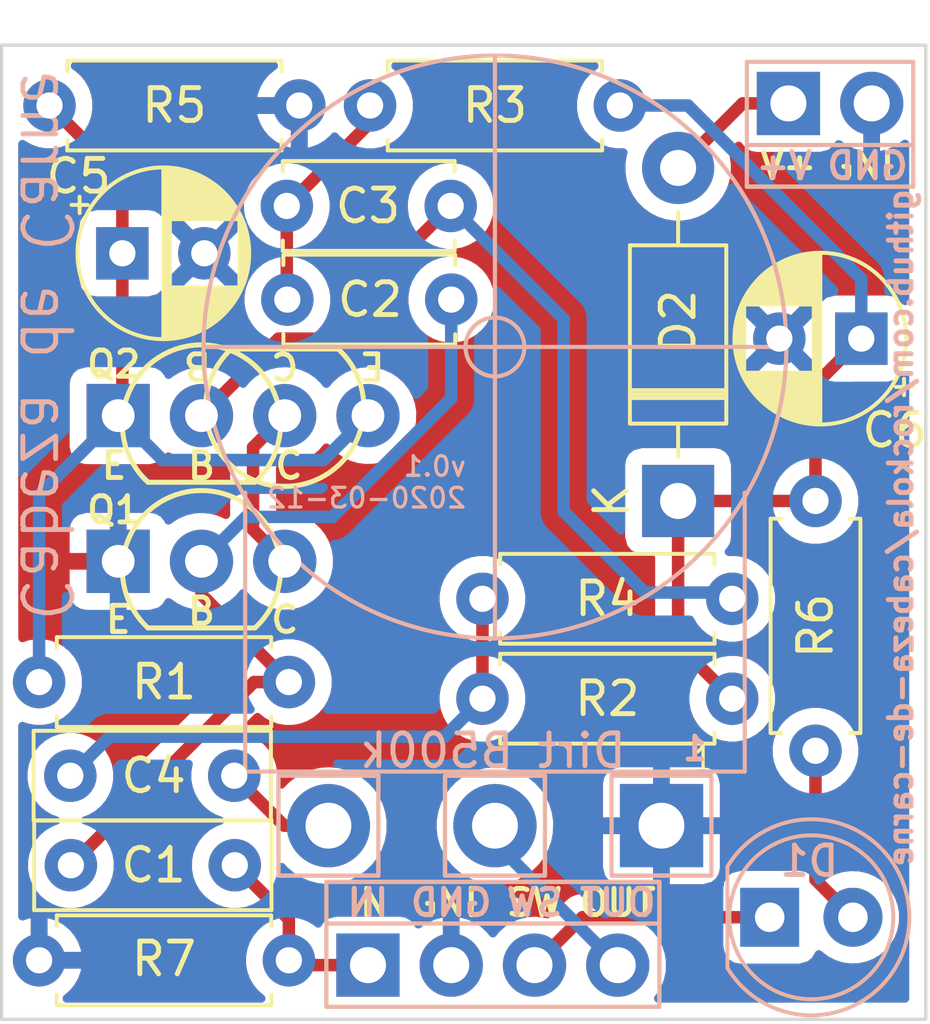
<source format=kicad_pcb>
(kicad_pcb (version 20200119) (host pcbnew "(5.99.0-1101-g9de7547c2)")
  (layers (0 "F.Cu" signal) (31 "B.Cu" signal) (34 "B.Paste" user hide) (35 "F.Paste" user hide) (36 "B.SilkS" user) (37 "F.SilkS" user) (38 "B.Mask" user) (39 "F.Mask" user hide) (44 "Edge.Cuts" user))
  (net 0 "")
  (net 1 "Net-(C1-Pad2)")
  (net 2 "IN")
  (net 3 "Net-(C2-Pad2)")
  (net 4 "Net-(C3-Pad2)")
  (net 5 "Net-(C4-Pad2)")
  (net 6 "Net-(C4-Pad1)")
  (net 7 "GND")
  (net 8 "Net-(C5-Pad1)")
  (net 9 "+9V")
  (net 10 "OUT")
  (net 11 "Net-(D1-Pad2)")
  (net 12 "LED-")
  (net 13 "Net-(C6-Pad1)")
  (module "rockola_kicad_footprints:16mm_BoardMount" (layer "F.Cu") (at 237.553501 -30.289499)
    (fp_text reference "RV1" hide)
    (fp_text value "Dirt B500k" (at -0.0635 -2.286001) (layer "B.SilkS") (effects (justify mirror)))
    (fp_text user "1" (at 0 0) (layer "B.SilkS") (effects (font (thickness 0.1)) (justify mirror)))
    (fp_line (start 6.604 1.524) (end 6.604 -1.524) (layer "B.SilkS") (width 0.127))
    (fp_line (start 3.556 1.524) (end 6.604 1.524) (layer "B.SilkS") (width 0.127))
    (fp_line (start 3.556 -1.524) (end 3.556 1.524) (layer "B.SilkS") (width 0.127))
    (fp_line (start 1.524 1.524) (end 1.524 -1.524) (layer "B.SilkS") (width 0.127))
    (fp_line (start -1.524 1.524) (end 1.524 1.524) (layer "B.SilkS") (width 0.127))
    (fp_line (start -1.524 -1.524) (end -1.524 1.524) (layer "B.SilkS") (width 0.127))
    (fp_line (start -3.556 1.524) (end -3.556 -1.524) (layer "B.SilkS") (width 0.127))
    (fp_line (start -6.604 1.524) (end -3.556 1.524) (layer "B.SilkS") (width 0.127))
    (fp_line (start -6.604 -1.524) (end -6.604 1.524) (layer "B.SilkS") (width 0.127))
    (fp_line (start 3.556 -1.524) (end 6.604 -1.524) (layer "B.SilkS") (width 0.127))
    (fp_line (start -1.524 -1.524) (end 1.524 -1.524) (layer "B.SilkS") (width 0.127))
    (fp_line (start -6.604 -1.524) (end -3.556 -1.524) (layer "B.SilkS") (width 0.127))
    (fp_text user "1" (at 6.35 -2.032) (layer "F.SilkS") (effects (font (size 0.77216 0.77216) (thickness 0.1))))
    (fp_line (start -7.62 -1.651) (end 7.62 -1.651) (layer "B.SilkS") (width 0.127))
    (fp_line (start -8.89 -14.605) (end 8.89 -14.605) (layer "B.SilkS") (width 0.127))
    (fp_line (start 0 -5.715) (end 0 -23.495) (layer "B.SilkS") (width 0.127))
    (fp_line (start 6.604 1.524) (end 6.604 -1.524) (layer "F.SilkS") (width 0.127))
    (fp_line (start 3.556 1.524) (end 6.604 1.524) (layer "F.SilkS") (width 0.127))
    (fp_line (start 3.556 -1.524) (end 3.556 1.524) (layer "F.SilkS") (width 0.127))
    (fp_line (start 1.524 1.524) (end 1.524 -1.524) (layer "F.SilkS") (width 0.127))
    (fp_line (start -1.524 1.524) (end 1.524 1.524) (layer "F.SilkS") (width 0.127))
    (fp_line (start -1.524 -1.524) (end -1.524 1.524) (layer "F.SilkS") (width 0.127))
    (fp_line (start -3.556 1.524) (end -3.556 -1.524) (layer "F.SilkS") (width 0.127))
    (fp_line (start -6.604 1.524) (end -3.556 1.524) (layer "F.SilkS") (width 0.127))
    (fp_line (start -6.604 -1.524) (end -6.604 1.524) (layer "F.SilkS") (width 0.127))
    (fp_line (start 7.62 -1.651) (end 7.62 -10.16) (layer "B.SilkS") (width 0.127))
    (fp_line (start 3.556 -1.524) (end 6.604 -1.524) (layer "F.SilkS") (width 0.127))
    (fp_line (start -1.524 -1.524) (end 1.524 -1.524) (layer "F.SilkS") (width 0.127))
    (fp_line (start -6.604 -1.524) (end -3.556 -1.524) (layer "F.SilkS") (width 0.127))
    (fp_line (start -7.62 -10.16) (end -7.62 -1.651) (layer "B.SilkS") (width 0.127))
    (fp_arc (start 0 -14.605) (end 0 -5.715) (angle 90) (layer "B.SilkS") (width 0.127))
    (fp_arc (start 0 -14.605) (end 8.89 -14.605) (angle 90) (layer "B.SilkS") (width 0.127))
    (fp_arc (start 0.000099 -14.605099) (end 0 -23.495) (angle 90.001289) (layer "B.SilkS") (width 0.127))
    (fp_arc (start -0.000099 -14.605099) (end -8.89 -14.605) (angle 90.001289) (layer "B.SilkS") (width 0.127))
    (fp_circle (center 0 -14.605) (end 0.898 -14.605) (layer "B.SilkS") (width 0.127))
    (pad "3" thru_hole oval (at -5.08 0 180) (size 2.54 2.54) (drill 1.4) (layers *.Cu *.Mask) (net 5 "Net-(C4-Pad2)"))
    (pad "2" thru_hole oval (at 0 0 180) (size 2.54 2.54) (drill 1.4) (layers *.Cu *.Mask) (net 10 "OUT"))
    (pad "1" thru_hole rect (at 5.08 0 180) (size 2.54 2.54) (drill 1.4) (layers *.Cu *.Mask) (net 7 "GND"))
  )
  (module "rockola_kicad_footprints:TO92_EBCE" (layer "F.Cu") (at 228.6 -42.799)
    (fp_text reference "Q2" (at -1.778 -2.032) (layer "F.SilkS") (effects (font (size 0.8 0.8)) (justify right top)))
    (fp_text value "BC182L" hide)
    (fp_text user "C" (at 2.54 -1.524 180 unlocked) (layer "F.SilkS") (effects (font (size 0.8 0.8))))
    (fp_text user "B" (at -0.127 -1.524 180 unlocked) (layer "F.SilkS") (effects (font (size 0.8 0.8))))
    (fp_text user "E" (at 5.207 -1.524 180 unlocked) (layer "F.SilkS") (effects (font (size 0.8 0.8))))
    (fp_line (start 4.1713 -2.032017) (end 0.9093 -2.032017) (layer "F.SilkS") (width 0.1524))
    (fp_arc (start 2.5403 -0.254017) (end 3.5095 1.955783) (angle 47.363718) (layer "F.SilkS") (width 0.1524))
    (fp_arc (start 2.5406 -0.254) (end 1.5714 1.955783) (angle 113.782137) (layer "F.SilkS") (width 0.1524))
    (fp_arc (start 2.54 -0.254) (end 4.1713 -2.032017) (angle 113.782137) (layer "F.SilkS") (width 0.1524))
    (fp_arc (start -0.0003 0.254017) (end -0.9695 -1.955783) (angle 47.363718) (layer "F.SilkS") (width 0.1524))
    (fp_arc (start 0 0.254) (end -1.6313 2.032017) (angle 113.782137) (layer "F.SilkS") (width 0.1524))
    (fp_arc (start -0.0006 0.254) (end 0.9686 -1.955783) (angle 113.782137) (layer "F.SilkS") (width 0.1524))
    (fp_line (start -1.6313 2.032017) (end 1.6307 2.032017) (layer "F.SilkS") (width 0.1524))
    (fp_text user "E" (at -2.667 1.524 unlocked) (layer "F.SilkS") (effects (font (size 0.8 0.8))))
    (fp_text user "C" (at 2.667 1.524 unlocked) (layer "F.SilkS") (effects (font (size 0.8 0.8))))
    (fp_text user "B" (at 0 1.524 unlocked) (layer "F.SilkS") (effects (font (size 0.8 0.8))))
    (pad "1" thru_hole oval (at 5.08 0 180) (size 1.9304 1.9304) (drill 1) (layers *.Cu *.Mask) (net 8 "Net-(C5-Pad1)"))
    (pad "3" thru_hole oval (at 2.54 0 180) (size 1.9304 1.9304) (drill 1) (layers *.Cu *.Mask) (net 3 "Net-(C2-Pad2)"))
    (pad "2" thru_hole oval (at 0 0 180) (size 1.9304 1.9304) (drill 1) (layers *.Cu *.Mask) (net 4 "Net-(C3-Pad2)"))
    (pad "1" thru_hole rect (at -2.54 0 180) (size 1.9304 1.9304) (drill 1) (layers *.Cu *.Mask) (net 8 "Net-(C5-Pad1)"))
  )
  (module "Resistor_THT:R_Axial_DIN0207_L6.3mm_D2.5mm_P7.62mm_Horizontal" (layer "F.Cu") (at 231.267 -26.182999 180)
    (fp_text reference "R7" (at 3.81 0.042501) (layer "F.SilkS"))
    (fp_text value "1M")
    (fp_line (start 7.08 1.37) (end 7.08 1.04) (layer "F.SilkS") (width 0.12))
    (fp_line (start 0.54 1.37) (end 7.08 1.37) (layer "F.SilkS") (width 0.12))
    (fp_line (start 0.54 1.04) (end 0.54 1.37) (layer "F.SilkS") (width 0.12))
    (fp_line (start 7.08 -1.37) (end 7.08 -1.04) (layer "F.SilkS") (width 0.12))
    (fp_line (start 0.54 -1.37) (end 7.08 -1.37) (layer "F.SilkS") (width 0.12))
    (fp_line (start 0.54 -1.04) (end 0.54 -1.37) (layer "F.SilkS") (width 0.12))
    (pad "2" thru_hole oval (at 7.62 0 180) (size 1.6 1.6) (drill 0.8) (layers *.Cu *.Mask) (net 7 "GND"))
    (pad "1" thru_hole circle (at 0 0 180) (size 1.6 1.6) (drill 0.8) (layers *.Cu *.Mask) (net 2 "IN"))
  )
  (module "Resistor_THT:R_Axial_DIN0207_L6.3mm_D2.5mm_P7.62mm_Horizontal" (layer "F.Cu") (at 247.3325 -32.5755 90)
    (fp_text reference "R6" (at 3.81 0 90) (layer "F.SilkS"))
    (fp_text value "4k7")
    (fp_line (start 7.08 1.37) (end 7.08 1.04) (layer "F.SilkS") (width 0.12))
    (fp_line (start 0.54 1.37) (end 7.08 1.37) (layer "F.SilkS") (width 0.12))
    (fp_line (start 0.54 1.04) (end 0.54 1.37) (layer "F.SilkS") (width 0.12))
    (fp_line (start 7.08 -1.37) (end 7.08 -1.04) (layer "F.SilkS") (width 0.12))
    (fp_line (start 0.54 -1.37) (end 7.08 -1.37) (layer "F.SilkS") (width 0.12))
    (fp_line (start 0.54 -1.04) (end 0.54 -1.37) (layer "F.SilkS") (width 0.12))
    (pad "2" thru_hole oval (at 7.62 0 90) (size 1.6 1.6) (drill 0.8) (layers *.Cu *.Mask) (net 13 "Net-(C6-Pad1)"))
    (pad "1" thru_hole circle (at 0 0 90) (size 1.6 1.6) (drill 0.8) (layers *.Cu *.Mask) (net 11 "Net-(D1-Pad2)"))
  )
  (module "Resistor_THT:R_Axial_DIN0207_L6.3mm_D2.5mm_P7.62mm_Horizontal" (layer "F.Cu") (at 223.9645 -52.2605)
    (fp_text reference "R5" (at 3.81 0) (layer "F.SilkS"))
    (fp_text value "1k")
    (fp_line (start 7.08 1.37) (end 7.08 1.04) (layer "F.SilkS") (width 0.12))
    (fp_line (start 0.54 1.37) (end 7.08 1.37) (layer "F.SilkS") (width 0.12))
    (fp_line (start 0.54 1.04) (end 0.54 1.37) (layer "F.SilkS") (width 0.12))
    (fp_line (start 7.08 -1.37) (end 7.08 -1.04) (layer "F.SilkS") (width 0.12))
    (fp_line (start 0.54 -1.37) (end 7.08 -1.37) (layer "F.SilkS") (width 0.12))
    (fp_line (start 0.54 -1.04) (end 0.54 -1.37) (layer "F.SilkS") (width 0.12))
    (pad "2" thru_hole oval (at 7.62 0) (size 1.6 1.6) (drill 0.8) (layers *.Cu *.Mask) (net 7 "GND"))
    (pad "1" thru_hole circle (at 0 0) (size 1.6 1.6) (drill 0.8) (layers *.Cu *.Mask) (net 8 "Net-(C5-Pad1)"))
  )
  (module "Resistor_THT:R_Axial_DIN0207_L6.3mm_D2.5mm_P7.62mm_Horizontal" (layer "F.Cu") (at 237.1725 -37.211)
    (fp_text reference "R4" (at 3.81 0) (layer "F.SilkS"))
    (fp_text value "4k7")
    (fp_line (start 7.08 1.37) (end 7.08 1.04) (layer "F.SilkS") (width 0.12))
    (fp_line (start 0.54 1.37) (end 7.08 1.37) (layer "F.SilkS") (width 0.12))
    (fp_line (start 0.54 1.04) (end 0.54 1.37) (layer "F.SilkS") (width 0.12))
    (fp_line (start 7.08 -1.37) (end 7.08 -1.04) (layer "F.SilkS") (width 0.12))
    (fp_line (start 0.54 -1.37) (end 7.08 -1.37) (layer "F.SilkS") (width 0.12))
    (fp_line (start 0.54 -1.04) (end 0.54 -1.37) (layer "F.SilkS") (width 0.12))
    (pad "2" thru_hole oval (at 7.62 0) (size 1.6 1.6) (drill 0.8) (layers *.Cu *.Mask) (net 4 "Net-(C3-Pad2)"))
    (pad "1" thru_hole circle (at 0 0) (size 1.6 1.6) (drill 0.8) (layers *.Cu *.Mask) (net 6 "Net-(C4-Pad1)"))
  )
  (module "Resistor_THT:R_Axial_DIN0207_L6.3mm_D2.5mm_P7.62mm_Horizontal" (layer "F.Cu") (at 241.3635 -52.2605 180)
    (fp_text reference "R3" (at 3.81 0) (layer "F.SilkS"))
    (fp_text value "18k")
    (fp_line (start 7.08 1.37) (end 7.08 1.04) (layer "F.SilkS") (width 0.12))
    (fp_line (start 0.54 1.37) (end 7.08 1.37) (layer "F.SilkS") (width 0.12))
    (fp_line (start 0.54 1.04) (end 0.54 1.37) (layer "F.SilkS") (width 0.12))
    (fp_line (start 7.08 -1.37) (end 7.08 -1.04) (layer "F.SilkS") (width 0.12))
    (fp_line (start 0.54 -1.37) (end 7.08 -1.37) (layer "F.SilkS") (width 0.12))
    (fp_line (start 0.54 -1.04) (end 0.54 -1.37) (layer "F.SilkS") (width 0.12))
    (pad "2" thru_hole oval (at 7.62 0 180) (size 1.6 1.6) (drill 0.8) (layers *.Cu *.Mask) (net 3 "Net-(C2-Pad2)"))
    (pad "1" thru_hole circle (at 0 0 180) (size 1.6 1.6) (drill 0.8) (layers *.Cu *.Mask) (net 13 "Net-(C6-Pad1)"))
  )
  (module "Resistor_THT:R_Axial_DIN0207_L6.3mm_D2.5mm_P7.62mm_Horizontal" (layer "F.Cu") (at 244.7925 -34.163 180)
    (fp_text reference "R2" (at 3.81 0) (layer "F.SilkS"))
    (fp_text value "820R")
    (fp_line (start 7.08 1.37) (end 7.08 1.04) (layer "F.SilkS") (width 0.12))
    (fp_line (start 0.54 1.37) (end 7.08 1.37) (layer "F.SilkS") (width 0.12))
    (fp_line (start 0.54 1.04) (end 0.54 1.37) (layer "F.SilkS") (width 0.12))
    (fp_line (start 7.08 -1.37) (end 7.08 -1.04) (layer "F.SilkS") (width 0.12))
    (fp_line (start 0.54 -1.37) (end 7.08 -1.37) (layer "F.SilkS") (width 0.12))
    (fp_line (start 0.54 -1.04) (end 0.54 -1.37) (layer "F.SilkS") (width 0.12))
    (pad "2" thru_hole oval (at 7.62 0 180) (size 1.6 1.6) (drill 0.8) (layers *.Cu *.Mask) (net 6 "Net-(C4-Pad1)"))
    (pad "1" thru_hole circle (at 0 0 180) (size 1.6 1.6) (drill 0.8) (layers *.Cu *.Mask) (net 13 "Net-(C6-Pad1)"))
  )
  (module "Resistor_THT:R_Axial_DIN0207_L6.3mm_D2.5mm_P7.62mm_Horizontal" (layer "F.Cu") (at 231.267 -34.671 180)
    (fp_text reference "R1" (at 3.81 0) (layer "F.SilkS"))
    (fp_text value "120k")
    (fp_line (start 7.08 1.37) (end 7.08 1.04) (layer "F.SilkS") (width 0.12))
    (fp_line (start 0.54 1.37) (end 7.08 1.37) (layer "F.SilkS") (width 0.12))
    (fp_line (start 0.54 1.04) (end 0.54 1.37) (layer "F.SilkS") (width 0.12))
    (fp_line (start 7.08 -1.37) (end 7.08 -1.04) (layer "F.SilkS") (width 0.12))
    (fp_line (start 0.54 -1.37) (end 7.08 -1.37) (layer "F.SilkS") (width 0.12))
    (fp_line (start 0.54 -1.04) (end 0.54 -1.37) (layer "F.SilkS") (width 0.12))
    (pad "2" thru_hole oval (at 7.62 0 180) (size 1.6 1.6) (drill 0.8) (layers *.Cu *.Mask) (net 8 "Net-(C5-Pad1)"))
    (pad "1" thru_hole circle (at 0 0 180) (size 1.6 1.6) (drill 0.8) (layers *.Cu *.Mask) (net 1 "Net-(C1-Pad2)"))
  )
  (module "rockola_kicad_footprints:TO92_EBC" (layer "F.Cu") (at 228.6 -38.354)
    (fp_text reference "Q1" (at -1.778 -2.032) (layer "F.SilkS") (effects (font (size 0.8 0.8)) (justify right top)))
    (fp_text value "2N3904" hide)
    (fp_text user "B" (at 0 1.524 unlocked) (layer "F.SilkS") (effects (font (size 0.8 0.8))))
    (fp_text user "C" (at 2.54 1.778 unlocked) (layer "F.SilkS") (effects (font (size 0.8 0.8))))
    (fp_text user "E" (at -2.54 1.778 unlocked) (layer "F.SilkS") (effects (font (size 0.8 0.8))))
    (fp_line (start -1.6313 2.032017) (end 1.6307 2.032017) (layer "F.SilkS") (width 0.1524))
    (fp_arc (start -0.0006 0.254) (end 0.9686 -1.955783) (angle 113.782137) (layer "F.SilkS") (width 0.1524))
    (fp_arc (start 0 0.254) (end -1.6313 2.032017) (angle 113.782137) (layer "F.SilkS") (width 0.1524))
    (fp_arc (start -0.0003 0.254017) (end -0.9695 -1.955783) (angle 47.363718) (layer "F.SilkS") (width 0.1524))
    (pad "3" thru_hole oval (at 2.54 0 180) (size 1.9304 1.9304) (drill 1) (layers *.Cu *.Mask) (net 3 "Net-(C2-Pad2)"))
    (pad "2" thru_hole oval (at 0 0 180) (size 1.9304 1.9304) (drill 1) (layers *.Cu *.Mask) (net 1 "Net-(C1-Pad2)"))
    (pad "1" thru_hole rect (at -2.54 0 180) (size 1.9304 1.9304) (drill 1) (layers *.Cu *.Mask) (net 7 "GND"))
  )
  (module "rockola_kicad_footprints:Power_Header_2pin_TOP" (layer "F.Cu") (at 250.317 -52.324)
    (fp_text reference "J2" hide)
    (fp_text value "Power_Connector" hide)
    (fp_line (start -5.08 -1.27) (end 0 -1.27) (layer "F.SilkS") (width 0.127))
    (fp_line (start 0 1.27) (end -5.08 1.27) (layer "F.SilkS") (width 0.127))
    (fp_line (start -5.08 1.27) (end -5.08 -1.27) (layer "F.SilkS") (width 0.127))
    (fp_line (start 0 1.27) (end 0 -1.27) (layer "F.SilkS") (width 0.127))
    (fp_line (start 0 2.54) (end -5.08 2.54) (layer "F.SilkS") (width 0.127))
    (fp_line (start -5.08 2.54) (end -5.08 1.27) (layer "F.SilkS") (width 0.127))
    (fp_line (start 0 2.54) (end 0 1.27) (layer "F.SilkS") (width 0.127))
    (fp_line (start 0 -1.27) (end -5.08 -1.27) (layer "B.SilkS") (width 0.127))
    (fp_line (start -5.08 1.27) (end 0 1.27) (layer "B.SilkS") (width 0.127))
    (fp_line (start 0 1.27) (end 0 -1.27) (layer "B.SilkS") (width 0.127))
    (fp_line (start -5.08 1.27) (end -5.08 -1.27) (layer "B.SilkS") (width 0.127))
    (fp_line (start -5.08 2.54) (end 0 2.54) (layer "B.SilkS") (width 0.127))
    (fp_line (start 0 2.54) (end 0 1.27) (layer "B.SilkS") (width 0.127))
    (fp_line (start -5.08 2.54) (end -5.08 1.27) (layer "B.SilkS") (width 0.127))
    (fp_text user "V+" (at -3.81 1.905 unlocked) (layer "F.SilkS") (effects (font (size 0.8 0.8))))
    (fp_text user "GND" (at -1.397 1.905 unlocked) (layer "F.SilkS") (effects (font (size 0.8 0.8))))
    (fp_text user "V+" (at -3.937 1.905 unlocked) (layer "B.SilkS") (effects (font (size 0.8 0.8)) (justify mirror)))
    (fp_text user "GND" (at -1.397 1.905 unlocked) (layer "B.SilkS") (effects (font (size 0.8 0.8)) (justify mirror)))
    (pad "2" thru_hole oval (at -1.27 0) (size 1.9304 1.9304) (drill 1.1) (layers *.Cu *.Mask) (net 7 "GND"))
    (pad "1" thru_hole rect (at -3.81 0) (size 1.9304 1.9304) (drill 1.1) (layers *.Cu *.Mask) (net 9 "+9V"))
  )
  (module "rockola_kicad_footprints:Stomp_4pin" (layer "F.Cu") (at 237.49 -26.035)
    (fp_text reference "J1" hide)
    (fp_text value "Stomp_Connector" hide)
    (fp_text user "OUT" (at 3.81 -1.905 unlocked) (layer "B.SilkS") (effects (font (size 0.8 0.8)) (justify mirror)))
    (fp_text user "SW" (at 1.27 -1.905 unlocked) (layer "B.SilkS") (effects (font (size 0.8 0.8)) (justify mirror)))
    (fp_text user "GND" (at -1.27 -1.905 unlocked) (layer "B.SilkS") (effects (font (size 0.8 0.8)) (justify mirror)))
    (fp_text user "IN" (at -3.81 -1.905 unlocked) (layer "B.SilkS") (effects (font (size 0.8 0.8)) (justify mirror)))
    (fp_text user "OUT" (at 3.81 -1.905 unlocked) (layer "F.SilkS") (effects (font (size 0.8 0.8))))
    (fp_text user "SW" (at 1.27 -1.905 unlocked) (layer "F.SilkS") (effects (font (size 0.8 0.8))))
    (fp_text user "GND" (at -1.27 -1.905 unlocked) (layer "F.SilkS") (effects (font (size 0.8 0.8))))
    (fp_text user "IN" (at -3.81 -1.905 unlocked) (layer "F.SilkS") (effects (font (size 0.8 0.8))))
    (fp_line (start -5.08 -1.27) (end -5.08 -2.54) (layer "B.SilkS") (width 0.127))
    (fp_line (start 5.08 -1.27) (end 5.08 -2.54) (layer "B.SilkS") (width 0.127))
    (fp_line (start -5.08 -2.54) (end 5.08 -2.54) (layer "B.SilkS") (width 0.127))
    (fp_line (start -5.08 1.27) (end -5.08 -1.27) (layer "B.SilkS") (width 0.127))
    (fp_line (start 5.08 1.27) (end 5.08 -1.27) (layer "B.SilkS") (width 0.127))
    (fp_line (start -5.08 1.27) (end 5.08 1.27) (layer "B.SilkS") (width 0.127))
    (fp_line (start 5.08 -1.27) (end -5.08 -1.27) (layer "B.SilkS") (width 0.127))
    (fp_line (start 5.08 -1.27) (end 5.08 -2.54) (layer "F.SilkS") (width 0.127))
    (fp_line (start -5.08 -1.27) (end -5.08 -2.54) (layer "F.SilkS") (width 0.127))
    (fp_line (start 5.08 -2.54) (end -5.08 -2.54) (layer "F.SilkS") (width 0.127))
    (fp_line (start 5.08 1.27) (end 5.08 -1.27) (layer "F.SilkS") (width 0.127))
    (fp_line (start -5.08 1.27) (end -5.08 -1.27) (layer "F.SilkS") (width 0.127))
    (fp_line (start 5.08 1.27) (end -5.08 1.27) (layer "F.SilkS") (width 0.127))
    (fp_line (start -5.08 -1.27) (end 5.08 -1.27) (layer "F.SilkS") (width 0.127))
    (pad "4" thru_hole oval (at 3.81 0) (size 1.9304 1.9304) (drill 1.1) (layers *.Cu *.Mask) (net 10 "OUT"))
    (pad "3" thru_hole oval (at 1.27 0) (size 1.9304 1.9304) (drill 1.1) (layers *.Cu *.Mask) (net 12 "LED-"))
    (pad "2" thru_hole oval (at -1.27 0) (size 1.9304 1.9304) (drill 1.1) (layers *.Cu *.Mask) (net 7 "GND"))
    (pad "1" thru_hole rect (at -3.81 0) (size 1.9304 1.9304) (drill 1.1) (layers *.Cu *.Mask) (net 2 "IN"))
  )
  (module "Diode_THT:D_DO-41_SOD81_P10.16mm_Horizontal" (layer "F.Cu") (at 243.1415 -40.1955 90)
    (fp_text reference "D2" (at 5.461 0 90) (layer "F.SilkS"))
    (fp_text value "1N5817" hide)
    (fp_text user "K" (at 0 -2.032 90) (layer "F.SilkS"))
    (fp_line (start 3.14 -1.47) (end 3.14 1.47) (layer "F.SilkS") (width 0.12))
    (fp_line (start 3.38 -1.47) (end 3.38 1.47) (layer "F.SilkS") (width 0.12))
    (fp_line (start 3.26 -1.47) (end 3.26 1.47) (layer "F.SilkS") (width 0.12))
    (fp_line (start 8.82 0) (end 7.8 0) (layer "F.SilkS") (width 0.12))
    (fp_line (start 1.34 0) (end 2.36 0) (layer "F.SilkS") (width 0.12))
    (fp_line (start 7.8 -1.47) (end 2.36 -1.47) (layer "F.SilkS") (width 0.12))
    (fp_line (start 7.8 1.47) (end 7.8 -1.47) (layer "F.SilkS") (width 0.12))
    (fp_line (start 2.36 1.47) (end 7.8 1.47) (layer "F.SilkS") (width 0.12))
    (fp_line (start 2.36 -1.47) (end 2.36 1.47) (layer "F.SilkS") (width 0.12))
    (pad "2" thru_hole oval (at 10.16 0 90) (size 2.2 2.2) (drill 1.1) (layers *.Cu *.Mask) (net 9 "+9V"))
    (pad "1" thru_hole rect (at 0 0 90) (size 2.2 2.2) (drill 1.1) (layers *.Cu *.Mask) (net 13 "Net-(C6-Pad1)"))
  )
  (module "LED_THT:LED_D5.0mm" (layer "B.Cu") (at 245.9355 -27.4955)
    (fp_text reference "D1" (at 1.2065 -1.7145) (layer "B.SilkS") (effects (font (size 0.9 0.9)) (justify mirror)))
    (fp_text value "LED")
    (fp_line (start -1.29 1.545) (end -1.29 -1.545) (layer "B.SilkS") (width 0.12))
    (fp_circle (center 1.27 0) (end 3.77 0) (layer "B.SilkS") (width 0.12))
    (fp_arc (start 1.27 0) (end -1.29 -1.54483) (angle 148.9) (layer "B.SilkS") (width 0.12))
    (fp_arc (start 1.27 0) (end -1.29 1.54483) (angle -148.9) (layer "B.SilkS") (width 0.12))
    (pad "2" thru_hole circle (at 2.54 0) (size 1.8 1.8) (drill 0.9) (layers *.Cu *.Mask) (net 11 "Net-(D1-Pad2)"))
    (pad "1" thru_hole rect (at 0 0) (size 1.8 1.8) (drill 0.9) (layers *.Cu *.Mask) (net 12 "LED-"))
  )
  (module "Capacitor_THT:CP_Radial_D5.0mm_P2.50mm" (layer "F.Cu") (at 248.7295 -45.1485 180)
    (fp_text reference "C6" (at -1.016 -2.794) (layer "F.SilkS"))
    (fp_text value "47u")
    (fp_line (start -1.304775 -1.725) (end -1.304775 -1.225) (layer "F.SilkS") (width 0.12))
    (fp_line (start -1.554775 -1.475) (end -1.054775 -1.475) (layer "F.SilkS") (width 0.12))
    (fp_line (start 3.851 -0.284) (end 3.851 0.284) (layer "F.SilkS") (width 0.12))
    (fp_line (start 3.811 -0.518) (end 3.811 0.518) (layer "F.SilkS") (width 0.12))
    (fp_line (start 3.771 -0.677) (end 3.771 0.677) (layer "F.SilkS") (width 0.12))
    (fp_line (start 3.731 -0.805) (end 3.731 0.805) (layer "F.SilkS") (width 0.12))
    (fp_line (start 3.691 -0.915) (end 3.691 0.915) (layer "F.SilkS") (width 0.12))
    (fp_line (start 3.651 -1.011) (end 3.651 1.011) (layer "F.SilkS") (width 0.12))
    (fp_line (start 3.611 -1.098) (end 3.611 1.098) (layer "F.SilkS") (width 0.12))
    (fp_line (start 3.571 -1.178) (end 3.571 1.178) (layer "F.SilkS") (width 0.12))
    (fp_line (start 3.531 1.04) (end 3.531 1.251) (layer "F.SilkS") (width 0.12))
    (fp_line (start 3.531 -1.251) (end 3.531 -1.04) (layer "F.SilkS") (width 0.12))
    (fp_line (start 3.491 1.04) (end 3.491 1.319) (layer "F.SilkS") (width 0.12))
    (fp_line (start 3.491 -1.319) (end 3.491 -1.04) (layer "F.SilkS") (width 0.12))
    (fp_line (start 3.451 1.04) (end 3.451 1.383) (layer "F.SilkS") (width 0.12))
    (fp_line (start 3.451 -1.383) (end 3.451 -1.04) (layer "F.SilkS") (width 0.12))
    (fp_line (start 3.411 1.04) (end 3.411 1.443) (layer "F.SilkS") (width 0.12))
    (fp_line (start 3.411 -1.443) (end 3.411 -1.04) (layer "F.SilkS") (width 0.12))
    (fp_line (start 3.371 1.04) (end 3.371 1.5) (layer "F.SilkS") (width 0.12))
    (fp_line (start 3.371 -1.5) (end 3.371 -1.04) (layer "F.SilkS") (width 0.12))
    (fp_line (start 3.331 1.04) (end 3.331 1.554) (layer "F.SilkS") (width 0.12))
    (fp_line (start 3.331 -1.554) (end 3.331 -1.04) (layer "F.SilkS") (width 0.12))
    (fp_line (start 3.291 1.04) (end 3.291 1.605) (layer "F.SilkS") (width 0.12))
    (fp_line (start 3.291 -1.605) (end 3.291 -1.04) (layer "F.SilkS") (width 0.12))
    (fp_line (start 3.251 1.04) (end 3.251 1.653) (layer "F.SilkS") (width 0.12))
    (fp_line (start 3.251 -1.653) (end 3.251 -1.04) (layer "F.SilkS") (width 0.12))
    (fp_line (start 3.211 1.04) (end 3.211 1.699) (layer "F.SilkS") (width 0.12))
    (fp_line (start 3.211 -1.699) (end 3.211 -1.04) (layer "F.SilkS") (width 0.12))
    (fp_line (start 3.171 1.04) (end 3.171 1.743) (layer "F.SilkS") (width 0.12))
    (fp_line (start 3.171 -1.743) (end 3.171 -1.04) (layer "F.SilkS") (width 0.12))
    (fp_line (start 3.131 1.04) (end 3.131 1.785) (layer "F.SilkS") (width 0.12))
    (fp_line (start 3.131 -1.785) (end 3.131 -1.04) (layer "F.SilkS") (width 0.12))
    (fp_line (start 3.091 1.04) (end 3.091 1.826) (layer "F.SilkS") (width 0.12))
    (fp_line (start 3.091 -1.826) (end 3.091 -1.04) (layer "F.SilkS") (width 0.12))
    (fp_line (start 3.051 1.04) (end 3.051 1.864) (layer "F.SilkS") (width 0.12))
    (fp_line (start 3.051 -1.864) (end 3.051 -1.04) (layer "F.SilkS") (width 0.12))
    (fp_line (start 3.011 1.04) (end 3.011 1.901) (layer "F.SilkS") (width 0.12))
    (fp_line (start 3.011 -1.901) (end 3.011 -1.04) (layer "F.SilkS") (width 0.12))
    (fp_line (start 2.971 1.04) (end 2.971 1.937) (layer "F.SilkS") (width 0.12))
    (fp_line (start 2.971 -1.937) (end 2.971 -1.04) (layer "F.SilkS") (width 0.12))
    (fp_line (start 2.931 1.04) (end 2.931 1.971) (layer "F.SilkS") (width 0.12))
    (fp_line (start 2.931 -1.971) (end 2.931 -1.04) (layer "F.SilkS") (width 0.12))
    (fp_line (start 2.891 1.04) (end 2.891 2.004) (layer "F.SilkS") (width 0.12))
    (fp_line (start 2.891 -2.004) (end 2.891 -1.04) (layer "F.SilkS") (width 0.12))
    (fp_line (start 2.851 1.04) (end 2.851 2.035) (layer "F.SilkS") (width 0.12))
    (fp_line (start 2.851 -2.035) (end 2.851 -1.04) (layer "F.SilkS") (width 0.12))
    (fp_line (start 2.811 1.04) (end 2.811 2.065) (layer "F.SilkS") (width 0.12))
    (fp_line (start 2.811 -2.065) (end 2.811 -1.04) (layer "F.SilkS") (width 0.12))
    (fp_line (start 2.771 1.04) (end 2.771 2.095) (layer "F.SilkS") (width 0.12))
    (fp_line (start 2.771 -2.095) (end 2.771 -1.04) (layer "F.SilkS") (width 0.12))
    (fp_line (start 2.731 1.04) (end 2.731 2.122) (layer "F.SilkS") (width 0.12))
    (fp_line (start 2.731 -2.122) (end 2.731 -1.04) (layer "F.SilkS") (width 0.12))
    (fp_line (start 2.691 1.04) (end 2.691 2.149) (layer "F.SilkS") (width 0.12))
    (fp_line (start 2.691 -2.149) (end 2.691 -1.04) (layer "F.SilkS") (width 0.12))
    (fp_line (start 2.651 1.04) (end 2.651 2.175) (layer "F.SilkS") (width 0.12))
    (fp_line (start 2.651 -2.175) (end 2.651 -1.04) (layer "F.SilkS") (width 0.12))
    (fp_line (start 2.611 1.04) (end 2.611 2.2) (layer "F.SilkS") (width 0.12))
    (fp_line (start 2.611 -2.2) (end 2.611 -1.04) (layer "F.SilkS") (width 0.12))
    (fp_line (start 2.571 1.04) (end 2.571 2.224) (layer "F.SilkS") (width 0.12))
    (fp_line (start 2.571 -2.224) (end 2.571 -1.04) (layer "F.SilkS") (width 0.12))
    (fp_line (start 2.531 1.04) (end 2.531 2.247) (layer "F.SilkS") (width 0.12))
    (fp_line (start 2.531 -2.247) (end 2.531 -1.04) (layer "F.SilkS") (width 0.12))
    (fp_line (start 2.491 1.04) (end 2.491 2.268) (layer "F.SilkS") (width 0.12))
    (fp_line (start 2.491 -2.268) (end 2.491 -1.04) (layer "F.SilkS") (width 0.12))
    (fp_line (start 2.451 1.04) (end 2.451 2.29) (layer "F.SilkS") (width 0.12))
    (fp_line (start 2.451 -2.29) (end 2.451 -1.04) (layer "F.SilkS") (width 0.12))
    (fp_line (start 2.411 1.04) (end 2.411 2.31) (layer "F.SilkS") (width 0.12))
    (fp_line (start 2.411 -2.31) (end 2.411 -1.04) (layer "F.SilkS") (width 0.12))
    (fp_line (start 2.371 1.04) (end 2.371 2.329) (layer "F.SilkS") (width 0.12))
    (fp_line (start 2.371 -2.329) (end 2.371 -1.04) (layer "F.SilkS") (width 0.12))
    (fp_line (start 2.331 1.04) (end 2.331 2.348) (layer "F.SilkS") (width 0.12))
    (fp_line (start 2.331 -2.348) (end 2.331 -1.04) (layer "F.SilkS") (width 0.12))
    (fp_line (start 2.291 1.04) (end 2.291 2.365) (layer "F.SilkS") (width 0.12))
    (fp_line (start 2.291 -2.365) (end 2.291 -1.04) (layer "F.SilkS") (width 0.12))
    (fp_line (start 2.251 1.04) (end 2.251 2.382) (layer "F.SilkS") (width 0.12))
    (fp_line (start 2.251 -2.382) (end 2.251 -1.04) (layer "F.SilkS") (width 0.12))
    (fp_line (start 2.211 1.04) (end 2.211 2.398) (layer "F.SilkS") (width 0.12))
    (fp_line (start 2.211 -2.398) (end 2.211 -1.04) (layer "F.SilkS") (width 0.12))
    (fp_line (start 2.171 1.04) (end 2.171 2.414) (layer "F.SilkS") (width 0.12))
    (fp_line (start 2.171 -2.414) (end 2.171 -1.04) (layer "F.SilkS") (width 0.12))
    (fp_line (start 2.131 1.04) (end 2.131 2.428) (layer "F.SilkS") (width 0.12))
    (fp_line (start 2.131 -2.428) (end 2.131 -1.04) (layer "F.SilkS") (width 0.12))
    (fp_line (start 2.091 1.04) (end 2.091 2.442) (layer "F.SilkS") (width 0.12))
    (fp_line (start 2.091 -2.442) (end 2.091 -1.04) (layer "F.SilkS") (width 0.12))
    (fp_line (start 2.051 1.04) (end 2.051 2.455) (layer "F.SilkS") (width 0.12))
    (fp_line (start 2.051 -2.455) (end 2.051 -1.04) (layer "F.SilkS") (width 0.12))
    (fp_line (start 2.011 1.04) (end 2.011 2.468) (layer "F.SilkS") (width 0.12))
    (fp_line (start 2.011 -2.468) (end 2.011 -1.04) (layer "F.SilkS") (width 0.12))
    (fp_line (start 1.971 1.04) (end 1.971 2.48) (layer "F.SilkS") (width 0.12))
    (fp_line (start 1.971 -2.48) (end 1.971 -1.04) (layer "F.SilkS") (width 0.12))
    (fp_line (start 1.93 1.04) (end 1.93 2.491) (layer "F.SilkS") (width 0.12))
    (fp_line (start 1.93 -2.491) (end 1.93 -1.04) (layer "F.SilkS") (width 0.12))
    (fp_line (start 1.89 1.04) (end 1.89 2.501) (layer "F.SilkS") (width 0.12))
    (fp_line (start 1.89 -2.501) (end 1.89 -1.04) (layer "F.SilkS") (width 0.12))
    (fp_line (start 1.85 1.04) (end 1.85 2.511) (layer "F.SilkS") (width 0.12))
    (fp_line (start 1.85 -2.511) (end 1.85 -1.04) (layer "F.SilkS") (width 0.12))
    (fp_line (start 1.81 1.04) (end 1.81 2.52) (layer "F.SilkS") (width 0.12))
    (fp_line (start 1.81 -2.52) (end 1.81 -1.04) (layer "F.SilkS") (width 0.12))
    (fp_line (start 1.77 1.04) (end 1.77 2.528) (layer "F.SilkS") (width 0.12))
    (fp_line (start 1.77 -2.528) (end 1.77 -1.04) (layer "F.SilkS") (width 0.12))
    (fp_line (start 1.73 1.04) (end 1.73 2.536) (layer "F.SilkS") (width 0.12))
    (fp_line (start 1.73 -2.536) (end 1.73 -1.04) (layer "F.SilkS") (width 0.12))
    (fp_line (start 1.69 1.04) (end 1.69 2.543) (layer "F.SilkS") (width 0.12))
    (fp_line (start 1.69 -2.543) (end 1.69 -1.04) (layer "F.SilkS") (width 0.12))
    (fp_line (start 1.65 1.04) (end 1.65 2.55) (layer "F.SilkS") (width 0.12))
    (fp_line (start 1.65 -2.55) (end 1.65 -1.04) (layer "F.SilkS") (width 0.12))
    (fp_line (start 1.61 1.04) (end 1.61 2.556) (layer "F.SilkS") (width 0.12))
    (fp_line (start 1.61 -2.556) (end 1.61 -1.04) (layer "F.SilkS") (width 0.12))
    (fp_line (start 1.57 1.04) (end 1.57 2.561) (layer "F.SilkS") (width 0.12))
    (fp_line (start 1.57 -2.561) (end 1.57 -1.04) (layer "F.SilkS") (width 0.12))
    (fp_line (start 1.53 1.04) (end 1.53 2.565) (layer "F.SilkS") (width 0.12))
    (fp_line (start 1.53 -2.565) (end 1.53 -1.04) (layer "F.SilkS") (width 0.12))
    (fp_line (start 1.49 1.04) (end 1.49 2.569) (layer "F.SilkS") (width 0.12))
    (fp_line (start 1.49 -2.569) (end 1.49 -1.04) (layer "F.SilkS") (width 0.12))
    (fp_line (start 1.45 -2.573) (end 1.45 2.573) (layer "F.SilkS") (width 0.12))
    (fp_line (start 1.41 -2.576) (end 1.41 2.576) (layer "F.SilkS") (width 0.12))
    (fp_line (start 1.37 -2.578) (end 1.37 2.578) (layer "F.SilkS") (width 0.12))
    (fp_line (start 1.33 -2.579) (end 1.33 2.579) (layer "F.SilkS") (width 0.12))
    (fp_line (start 1.29 -2.58) (end 1.29 2.58) (layer "F.SilkS") (width 0.12))
    (fp_line (start 1.25 -2.58) (end 1.25 2.58) (layer "F.SilkS") (width 0.12))
    (fp_circle (center 1.25 0) (end 3.87 0) (layer "F.SilkS") (width 0.12))
    (pad "2" thru_hole circle (at 2.5 0 180) (size 1.6 1.6) (drill 0.8) (layers *.Cu *.Mask) (net 7 "GND"))
    (pad "1" thru_hole rect (at 0 0 180) (size 1.6 1.6) (drill 0.8) (layers *.Cu *.Mask) (net 13 "Net-(C6-Pad1)"))
  )
  (module "Capacitor_THT:CP_Radial_D5.0mm_P2.50mm" (layer "F.Cu") (at 226.187 -47.752)
    (fp_text reference "C5" (at -1.3335 -2.3495) (layer "F.SilkS"))
    (fp_text value "10u")
    (fp_line (start -1.304775 -1.725) (end -1.304775 -1.225) (layer "F.SilkS") (width 0.12))
    (fp_line (start -1.554775 -1.475) (end -1.054775 -1.475) (layer "F.SilkS") (width 0.12))
    (fp_line (start 3.851 -0.284) (end 3.851 0.284) (layer "F.SilkS") (width 0.12))
    (fp_line (start 3.811 -0.518) (end 3.811 0.518) (layer "F.SilkS") (width 0.12))
    (fp_line (start 3.771 -0.677) (end 3.771 0.677) (layer "F.SilkS") (width 0.12))
    (fp_line (start 3.731 -0.805) (end 3.731 0.805) (layer "F.SilkS") (width 0.12))
    (fp_line (start 3.691 -0.915) (end 3.691 0.915) (layer "F.SilkS") (width 0.12))
    (fp_line (start 3.651 -1.011) (end 3.651 1.011) (layer "F.SilkS") (width 0.12))
    (fp_line (start 3.611 -1.098) (end 3.611 1.098) (layer "F.SilkS") (width 0.12))
    (fp_line (start 3.571 -1.178) (end 3.571 1.178) (layer "F.SilkS") (width 0.12))
    (fp_line (start 3.531 1.04) (end 3.531 1.251) (layer "F.SilkS") (width 0.12))
    (fp_line (start 3.531 -1.251) (end 3.531 -1.04) (layer "F.SilkS") (width 0.12))
    (fp_line (start 3.491 1.04) (end 3.491 1.319) (layer "F.SilkS") (width 0.12))
    (fp_line (start 3.491 -1.319) (end 3.491 -1.04) (layer "F.SilkS") (width 0.12))
    (fp_line (start 3.451 1.04) (end 3.451 1.383) (layer "F.SilkS") (width 0.12))
    (fp_line (start 3.451 -1.383) (end 3.451 -1.04) (layer "F.SilkS") (width 0.12))
    (fp_line (start 3.411 1.04) (end 3.411 1.443) (layer "F.SilkS") (width 0.12))
    (fp_line (start 3.411 -1.443) (end 3.411 -1.04) (layer "F.SilkS") (width 0.12))
    (fp_line (start 3.371 1.04) (end 3.371 1.5) (layer "F.SilkS") (width 0.12))
    (fp_line (start 3.371 -1.5) (end 3.371 -1.04) (layer "F.SilkS") (width 0.12))
    (fp_line (start 3.331 1.04) (end 3.331 1.554) (layer "F.SilkS") (width 0.12))
    (fp_line (start 3.331 -1.554) (end 3.331 -1.04) (layer "F.SilkS") (width 0.12))
    (fp_line (start 3.291 1.04) (end 3.291 1.605) (layer "F.SilkS") (width 0.12))
    (fp_line (start 3.291 -1.605) (end 3.291 -1.04) (layer "F.SilkS") (width 0.12))
    (fp_line (start 3.251 1.04) (end 3.251 1.653) (layer "F.SilkS") (width 0.12))
    (fp_line (start 3.251 -1.653) (end 3.251 -1.04) (layer "F.SilkS") (width 0.12))
    (fp_line (start 3.211 1.04) (end 3.211 1.699) (layer "F.SilkS") (width 0.12))
    (fp_line (start 3.211 -1.699) (end 3.211 -1.04) (layer "F.SilkS") (width 0.12))
    (fp_line (start 3.171 1.04) (end 3.171 1.743) (layer "F.SilkS") (width 0.12))
    (fp_line (start 3.171 -1.743) (end 3.171 -1.04) (layer "F.SilkS") (width 0.12))
    (fp_line (start 3.131 1.04) (end 3.131 1.785) (layer "F.SilkS") (width 0.12))
    (fp_line (start 3.131 -1.785) (end 3.131 -1.04) (layer "F.SilkS") (width 0.12))
    (fp_line (start 3.091 1.04) (end 3.091 1.826) (layer "F.SilkS") (width 0.12))
    (fp_line (start 3.091 -1.826) (end 3.091 -1.04) (layer "F.SilkS") (width 0.12))
    (fp_line (start 3.051 1.04) (end 3.051 1.864) (layer "F.SilkS") (width 0.12))
    (fp_line (start 3.051 -1.864) (end 3.051 -1.04) (layer "F.SilkS") (width 0.12))
    (fp_line (start 3.011 1.04) (end 3.011 1.901) (layer "F.SilkS") (width 0.12))
    (fp_line (start 3.011 -1.901) (end 3.011 -1.04) (layer "F.SilkS") (width 0.12))
    (fp_line (start 2.971 1.04) (end 2.971 1.937) (layer "F.SilkS") (width 0.12))
    (fp_line (start 2.971 -1.937) (end 2.971 -1.04) (layer "F.SilkS") (width 0.12))
    (fp_line (start 2.931 1.04) (end 2.931 1.971) (layer "F.SilkS") (width 0.12))
    (fp_line (start 2.931 -1.971) (end 2.931 -1.04) (layer "F.SilkS") (width 0.12))
    (fp_line (start 2.891 1.04) (end 2.891 2.004) (layer "F.SilkS") (width 0.12))
    (fp_line (start 2.891 -2.004) (end 2.891 -1.04) (layer "F.SilkS") (width 0.12))
    (fp_line (start 2.851 1.04) (end 2.851 2.035) (layer "F.SilkS") (width 0.12))
    (fp_line (start 2.851 -2.035) (end 2.851 -1.04) (layer "F.SilkS") (width 0.12))
    (fp_line (start 2.811 1.04) (end 2.811 2.065) (layer "F.SilkS") (width 0.12))
    (fp_line (start 2.811 -2.065) (end 2.811 -1.04) (layer "F.SilkS") (width 0.12))
    (fp_line (start 2.771 1.04) (end 2.771 2.095) (layer "F.SilkS") (width 0.12))
    (fp_line (start 2.771 -2.095) (end 2.771 -1.04) (layer "F.SilkS") (width 0.12))
    (fp_line (start 2.731 1.04) (end 2.731 2.122) (layer "F.SilkS") (width 0.12))
    (fp_line (start 2.731 -2.122) (end 2.731 -1.04) (layer "F.SilkS") (width 0.12))
    (fp_line (start 2.691 1.04) (end 2.691 2.149) (layer "F.SilkS") (width 0.12))
    (fp_line (start 2.691 -2.149) (end 2.691 -1.04) (layer "F.SilkS") (width 0.12))
    (fp_line (start 2.651 1.04) (end 2.651 2.175) (layer "F.SilkS") (width 0.12))
    (fp_line (start 2.651 -2.175) (end 2.651 -1.04) (layer "F.SilkS") (width 0.12))
    (fp_line (start 2.611 1.04) (end 2.611 2.2) (layer "F.SilkS") (width 0.12))
    (fp_line (start 2.611 -2.2) (end 2.611 -1.04) (layer "F.SilkS") (width 0.12))
    (fp_line (start 2.571 1.04) (end 2.571 2.224) (layer "F.SilkS") (width 0.12))
    (fp_line (start 2.571 -2.224) (end 2.571 -1.04) (layer "F.SilkS") (width 0.12))
    (fp_line (start 2.531 1.04) (end 2.531 2.247) (layer "F.SilkS") (width 0.12))
    (fp_line (start 2.531 -2.247) (end 2.531 -1.04) (layer "F.SilkS") (width 0.12))
    (fp_line (start 2.491 1.04) (end 2.491 2.268) (layer "F.SilkS") (width 0.12))
    (fp_line (start 2.491 -2.268) (end 2.491 -1.04) (layer "F.SilkS") (width 0.12))
    (fp_line (start 2.451 1.04) (end 2.451 2.29) (layer "F.SilkS") (width 0.12))
    (fp_line (start 2.451 -2.29) (end 2.451 -1.04) (layer "F.SilkS") (width 0.12))
    (fp_line (start 2.411 1.04) (end 2.411 2.31) (layer "F.SilkS") (width 0.12))
    (fp_line (start 2.411 -2.31) (end 2.411 -1.04) (layer "F.SilkS") (width 0.12))
    (fp_line (start 2.371 1.04) (end 2.371 2.329) (layer "F.SilkS") (width 0.12))
    (fp_line (start 2.371 -2.329) (end 2.371 -1.04) (layer "F.SilkS") (width 0.12))
    (fp_line (start 2.331 1.04) (end 2.331 2.348) (layer "F.SilkS") (width 0.12))
    (fp_line (start 2.331 -2.348) (end 2.331 -1.04) (layer "F.SilkS") (width 0.12))
    (fp_line (start 2.291 1.04) (end 2.291 2.365) (layer "F.SilkS") (width 0.12))
    (fp_line (start 2.291 -2.365) (end 2.291 -1.04) (layer "F.SilkS") (width 0.12))
    (fp_line (start 2.251 1.04) (end 2.251 2.382) (layer "F.SilkS") (width 0.12))
    (fp_line (start 2.251 -2.382) (end 2.251 -1.04) (layer "F.SilkS") (width 0.12))
    (fp_line (start 2.211 1.04) (end 2.211 2.398) (layer "F.SilkS") (width 0.12))
    (fp_line (start 2.211 -2.398) (end 2.211 -1.04) (layer "F.SilkS") (width 0.12))
    (fp_line (start 2.171 1.04) (end 2.171 2.414) (layer "F.SilkS") (width 0.12))
    (fp_line (start 2.171 -2.414) (end 2.171 -1.04) (layer "F.SilkS") (width 0.12))
    (fp_line (start 2.131 1.04) (end 2.131 2.428) (layer "F.SilkS") (width 0.12))
    (fp_line (start 2.131 -2.428) (end 2.131 -1.04) (layer "F.SilkS") (width 0.12))
    (fp_line (start 2.091 1.04) (end 2.091 2.442) (layer "F.SilkS") (width 0.12))
    (fp_line (start 2.091 -2.442) (end 2.091 -1.04) (layer "F.SilkS") (width 0.12))
    (fp_line (start 2.051 1.04) (end 2.051 2.455) (layer "F.SilkS") (width 0.12))
    (fp_line (start 2.051 -2.455) (end 2.051 -1.04) (layer "F.SilkS") (width 0.12))
    (fp_line (start 2.011 1.04) (end 2.011 2.468) (layer "F.SilkS") (width 0.12))
    (fp_line (start 2.011 -2.468) (end 2.011 -1.04) (layer "F.SilkS") (width 0.12))
    (fp_line (start 1.971 1.04) (end 1.971 2.48) (layer "F.SilkS") (width 0.12))
    (fp_line (start 1.971 -2.48) (end 1.971 -1.04) (layer "F.SilkS") (width 0.12))
    (fp_line (start 1.93 1.04) (end 1.93 2.491) (layer "F.SilkS") (width 0.12))
    (fp_line (start 1.93 -2.491) (end 1.93 -1.04) (layer "F.SilkS") (width 0.12))
    (fp_line (start 1.89 1.04) (end 1.89 2.501) (layer "F.SilkS") (width 0.12))
    (fp_line (start 1.89 -2.501) (end 1.89 -1.04) (layer "F.SilkS") (width 0.12))
    (fp_line (start 1.85 1.04) (end 1.85 2.511) (layer "F.SilkS") (width 0.12))
    (fp_line (start 1.85 -2.511) (end 1.85 -1.04) (layer "F.SilkS") (width 0.12))
    (fp_line (start 1.81 1.04) (end 1.81 2.52) (layer "F.SilkS") (width 0.12))
    (fp_line (start 1.81 -2.52) (end 1.81 -1.04) (layer "F.SilkS") (width 0.12))
    (fp_line (start 1.77 1.04) (end 1.77 2.528) (layer "F.SilkS") (width 0.12))
    (fp_line (start 1.77 -2.528) (end 1.77 -1.04) (layer "F.SilkS") (width 0.12))
    (fp_line (start 1.73 1.04) (end 1.73 2.536) (layer "F.SilkS") (width 0.12))
    (fp_line (start 1.73 -2.536) (end 1.73 -1.04) (layer "F.SilkS") (width 0.12))
    (fp_line (start 1.69 1.04) (end 1.69 2.543) (layer "F.SilkS") (width 0.12))
    (fp_line (start 1.69 -2.543) (end 1.69 -1.04) (layer "F.SilkS") (width 0.12))
    (fp_line (start 1.65 1.04) (end 1.65 2.55) (layer "F.SilkS") (width 0.12))
    (fp_line (start 1.65 -2.55) (end 1.65 -1.04) (layer "F.SilkS") (width 0.12))
    (fp_line (start 1.61 1.04) (end 1.61 2.556) (layer "F.SilkS") (width 0.12))
    (fp_line (start 1.61 -2.556) (end 1.61 -1.04) (layer "F.SilkS") (width 0.12))
    (fp_line (start 1.57 1.04) (end 1.57 2.561) (layer "F.SilkS") (width 0.12))
    (fp_line (start 1.57 -2.561) (end 1.57 -1.04) (layer "F.SilkS") (width 0.12))
    (fp_line (start 1.53 1.04) (end 1.53 2.565) (layer "F.SilkS") (width 0.12))
    (fp_line (start 1.53 -2.565) (end 1.53 -1.04) (layer "F.SilkS") (width 0.12))
    (fp_line (start 1.49 1.04) (end 1.49 2.569) (layer "F.SilkS") (width 0.12))
    (fp_line (start 1.49 -2.569) (end 1.49 -1.04) (layer "F.SilkS") (width 0.12))
    (fp_line (start 1.45 -2.573) (end 1.45 2.573) (layer "F.SilkS") (width 0.12))
    (fp_line (start 1.41 -2.576) (end 1.41 2.576) (layer "F.SilkS") (width 0.12))
    (fp_line (start 1.37 -2.578) (end 1.37 2.578) (layer "F.SilkS") (width 0.12))
    (fp_line (start 1.33 -2.579) (end 1.33 2.579) (layer "F.SilkS") (width 0.12))
    (fp_line (start 1.29 -2.58) (end 1.29 2.58) (layer "F.SilkS") (width 0.12))
    (fp_line (start 1.25 -2.58) (end 1.25 2.58) (layer "F.SilkS") (width 0.12))
    (fp_circle (center 1.25 0) (end 3.87 0) (layer "F.SilkS") (width 0.12))
    (pad "2" thru_hole circle (at 2.5 0) (size 1.6 1.6) (drill 0.8) (layers *.Cu *.Mask) (net 7 "GND"))
    (pad "1" thru_hole rect (at 0 0) (size 1.6 1.6) (drill 0.8) (layers *.Cu *.Mask) (net 8 "Net-(C5-Pad1)"))
  )
  (module "Capacitor_THT:C_Rect_L7.0mm_W2.5mm_P5.00mm" (layer "F.Cu") (at 224.5995 -31.8135)
    (fp_text reference "C4" (at 2.54 0) (layer "F.SilkS"))
    (fp_text value "22n")
    (fp_line (start 6.12 -1.37) (end 6.12 1.37) (layer "F.SilkS") (width 0.12))
    (fp_line (start -1.12 -1.37) (end -1.12 1.37) (layer "F.SilkS") (width 0.12))
    (fp_line (start -1.12 1.37) (end 6.12 1.37) (layer "F.SilkS") (width 0.12))
    (fp_line (start -1.12 -1.37) (end 6.12 -1.37) (layer "F.SilkS") (width 0.12))
    (pad "2" thru_hole circle (at 5 0) (size 1.6 1.6) (drill 0.8) (layers *.Cu *.Mask) (net 5 "Net-(C4-Pad2)"))
    (pad "1" thru_hole circle (at 0 0) (size 1.6 1.6) (drill 0.8) (layers *.Cu *.Mask) (net 6 "Net-(C4-Pad1)"))
  )
  (module "Capacitor_THT:C_Disc_D5.0mm_W2.5mm_P5.00mm" (layer "F.Cu") (at 231.2035 -49.196)
    (fp_text reference "C3" (at 2.4765 0) (layer "F.SilkS"))
    (fp_text value "47p")
    (fp_line (start 5.12 1.055) (end 5.12 1.37) (layer "F.SilkS") (width 0.12))
    (fp_line (start 5.12 -1.37) (end 5.12 -1.055) (layer "F.SilkS") (width 0.12))
    (fp_line (start -0.12 1.055) (end -0.12 1.37) (layer "F.SilkS") (width 0.12))
    (fp_line (start -0.12 -1.37) (end -0.12 -1.055) (layer "F.SilkS") (width 0.12))
    (fp_line (start -0.12 1.37) (end 5.12 1.37) (layer "F.SilkS") (width 0.12))
    (fp_line (start -0.12 -1.37) (end 5.12 -1.37) (layer "F.SilkS") (width 0.12))
    (pad "2" thru_hole circle (at 5 0) (size 1.6 1.6) (drill 0.8) (layers *.Cu *.Mask) (net 4 "Net-(C3-Pad2)"))
    (pad "1" thru_hole circle (at 0 0) (size 1.6 1.6) (drill 0.8) (layers *.Cu *.Mask) (net 3 "Net-(C2-Pad2)"))
  )
  (module "Capacitor_THT:C_Disc_D5.0mm_W2.5mm_P5.00mm" (layer "F.Cu") (at 236.22 -46.3385 180)
    (fp_text reference "C2" (at 2.4765 0) (layer "F.SilkS"))
    (fp_text value "470p")
    (fp_line (start 5.12 1.055) (end 5.12 1.37) (layer "F.SilkS") (width 0.12))
    (fp_line (start 5.12 -1.37) (end 5.12 -1.055) (layer "F.SilkS") (width 0.12))
    (fp_line (start -0.12 1.055) (end -0.12 1.37) (layer "F.SilkS") (width 0.12))
    (fp_line (start -0.12 -1.37) (end -0.12 -1.055) (layer "F.SilkS") (width 0.12))
    (fp_line (start -0.12 1.37) (end 5.12 1.37) (layer "F.SilkS") (width 0.12))
    (fp_line (start -0.12 -1.37) (end 5.12 -1.37) (layer "F.SilkS") (width 0.12))
    (pad "2" thru_hole circle (at 5 0 180) (size 1.6 1.6) (drill 0.8) (layers *.Cu *.Mask) (net 3 "Net-(C2-Pad2)"))
    (pad "1" thru_hole circle (at 0 0 180) (size 1.6 1.6) (drill 0.8) (layers *.Cu *.Mask) (net 1 "Net-(C1-Pad2)"))
  )
  (module "Capacitor_THT:C_Rect_L7.0mm_W2.5mm_P5.00mm" (layer "F.Cu") (at 229.616 -29.083 180)
    (fp_text reference "C1" (at 2.4765 0) (layer "F.SilkS"))
    (fp_text value "10n")
    (fp_line (start 6.12 -1.37) (end 6.12 1.37) (layer "F.SilkS") (width 0.12))
    (fp_line (start -1.12 -1.37) (end -1.12 1.37) (layer "F.SilkS") (width 0.12))
    (fp_line (start -1.12 1.37) (end 6.12 1.37) (layer "F.SilkS") (width 0.12))
    (fp_line (start -1.12 -1.37) (end 6.12 -1.37) (layer "F.SilkS") (width 0.12))
    (pad "2" thru_hole circle (at 5 0 180) (size 1.6 1.6) (drill 0.8) (layers *.Cu *.Mask) (net 1 "Net-(C1-Pad2)"))
    (pad "1" thru_hole circle (at 0 0 180) (size 1.6 1.6) (drill 0.8) (layers *.Cu *.Mask) (net 2 "IN"))
  )
  (gr_text "github.com/rockola/cabeza-de-carne" (at 249.936 -39.37 90) (layer "B.SilkS") (effects (font (size 0.7 0.7)) (justify mirror)))
  (gr_text "1" (at 243.6495 -32.639) (layer "B.SilkS") (effects (font (size 0.7 0.7)) (justify mirror)))
  (gr_text "v0.1\n2020-03-12" (at 236.728 -40.767) (layer "B.SilkS") (effects (font (size 0.6 0.6) (thickness 0.1)) (justify left mirror)))
  (gr_text "Cabeza de Carne" (at 223.8375 -44.958 270) (layer "B.SilkS") (effects (font (size 1.5 1.3)) (justify mirror)))
  (gr_line (start 250.698 -54.102) (end 250.698 -24.384) (layer "Edge.Cuts") (width 0.1))
  (gr_line (start 222.504 -54.102) (end 250.698 -54.102) (layer "Edge.Cuts") (width 0.1))
  (gr_line (start 222.504 -24.384) (end 222.504 -54.102) (layer "Edge.Cuts") (width 0.1))
  (gr_line (start 250.698 -24.384) (end 222.504 -24.384) (layer "Edge.Cuts") (width 0.1))
  (segment (start 228.6 -38.354) (end 229.955701 -39.709701) (width 0.381) (layer "B.Cu") (net 1))
  (segment (start 229.955701 -39.709701) (end 232.597139 -39.709701) (width 0.381) (layer "B.Cu") (net 1))
  (segment (start 232.597139 -39.709701) (end 236.22 -43.332562) (width 0.381) (layer "B.Cu") (net 1))
  (segment (start 236.22 -43.332562) (end 236.22 -46.3385) (width 0.381) (layer "B.Cu") (net 1))
  (segment (start 239.649 -45.7505) (end 239.649 -39.878) (width 0.381) (layer "B.Cu") (net 4))
  (segment (start 239.649 -39.878) (end 242.1255 -37.4015) (width 0.381) (layer "B.Cu") (net 4))
  (segment (start 236.2035 -49.196) (end 239.649 -45.7505) (width 0.381) (layer "B.Cu") (net 4))
  (segment (start 242.1255 -37.4015) (end 244.602 -37.4015) (width 0.381) (layer "B.Cu") (net 4))
  (segment (start 244.602 -37.4015) (end 244.7925 -37.211) (width 0.381) (layer "B.Cu") (net 4))
  (segment (start 236.2035 -49.196) (end 232.155499 -45.147999) (width 0.381) (layer "F.Cu") (net 4))
  (segment (start 230.948999 -45.147999) (end 228.6 -42.799) (width 0.381) (layer "F.Cu") (net 4))
  (segment (start 232.155499 -45.147999) (end 230.948999 -45.147999) (width 0.381) (layer "F.Cu") (net 4))
  (segment (start 231.2035 -49.196) (end 233.7435 -51.736) (width 0.381) (layer "F.Cu") (net 3))
  (segment (start 233.7435 -51.736) (end 233.7435 -52.2605) (width 0.381) (layer "F.Cu") (net 3))
  (segment (start 224.616 -29.083) (end 230.204 -34.671) (width 0.381) (layer "F.Cu") (net 1))
  (segment (start 230.204 -34.671) (end 231.267 -34.671) (width 0.381) (layer "F.Cu") (net 1))
  (segment (start 231.267 -34.671) (end 228.6 -37.338) (width 0.381) (layer "F.Cu") (net 1))
  (segment (start 228.6 -37.338) (end 228.6 -38.354) (width 0.381) (layer "F.Cu") (net 1))
  (segment (start 241.3635 -52.2605) (end 243.442442 -52.2605) (width 0.381) (layer "B.Cu") (net 13))
  (segment (start 243.442442 -52.2605) (end 248.7295 -46.973442) (width 0.381) (layer "B.Cu") (net 13))
  (segment (start 248.7295 -46.973442) (end 248.7295 -45.1485) (width 0.381) (layer "B.Cu") (net 13))
  (segment (start 231.2035 -49.196) (end 231.2035 -46.355) (width 0.381) (layer "F.Cu") (net 3))
  (segment (start 235.712 -46.435) (end 235.7285 -46.4185) (width 0.381) (layer "F.Cu") (net 1))
  (segment (start 226.187 -47.752) (end 226.187 -50.038) (width 0.381) (layer "F.Cu") (net 8))
  (segment (start 226.187 -50.038) (end 223.9645 -52.2605) (width 0.381) (layer "F.Cu") (net 8))
  (segment (start 223.647 -34.671) (end 223.647 -40.386) (width 0.381) (layer "B.Cu") (net 8))
  (segment (start 223.647 -40.386) (end 226.06 -42.799) (width 0.381) (layer "B.Cu") (net 8))
  (segment (start 244.7925 -34.163) (end 243.1415 -35.814) (width 0.381) (layer "F.Cu") (net 13))
  (segment (start 243.1415 -35.814) (end 243.1415 -40.1955) (width 0.381) (layer "F.Cu") (net 13))
  (segment (start 224.5995 -31.8135) (end 225.790001 -33.004001) (width 0.381) (layer "B.Cu") (net 6))
  (segment (start 225.790001 -33.004001) (end 236.013501 -33.004001) (width 0.381) (layer "B.Cu") (net 6))
  (segment (start 236.013501 -33.004001) (end 237.1725 -34.163) (width 0.381) (layer "B.Cu") (net 6))
  (segment (start 245.11 -52.324) (end 246.507 -52.324) (width 0.381) (layer "F.Cu") (net 9))
  (segment (start 243.1415 -50.3555) (end 245.11 -52.324) (width 0.381) (layer "F.Cu") (net 9))
  (segment (start 247.3325 -43.7515) (end 248.7295 -45.1485) (width 0.381) (layer "F.Cu") (net 13))
  (segment (start 247.3325 -40.1955) (end 247.3325 -43.7515) (width 0.381) (layer "F.Cu") (net 13))
  (segment (start 247.3325 -28.6385) (end 248.4755 -27.4955) (width 0.381) (layer "F.Cu") (net 11))
  (segment (start 247.3325 -32.5755) (end 247.3325 -28.6385) (width 0.381) (layer "F.Cu") (net 11))
  (segment (start 231.414999 -26.035) (end 231.267 -26.182999) (width 0.381) (layer "F.Cu") (net 2))
  (segment (start 233.68 -26.035) (end 231.414999 -26.035) (width 0.381) (layer "F.Cu") (net 2))
  (segment (start 231.267 -27.432) (end 229.616 -29.083) (width 0.381) (layer "F.Cu") (net 2))
  (segment (start 231.267 -26.182999) (end 231.267 -27.432) (width 0.381) (layer "F.Cu") (net 2))
  (segment (start 247.3325 -40.1955) (end 243.1415 -40.1955) (width 0.381) (layer "F.Cu") (net 13))
  (segment (start 230.174801 -41.833801) (end 231.14 -42.799) (width 0.381) (layer "F.Cu") (net 3))
  (segment (start 230.174801 -39.319199) (end 230.174801 -41.833801) (width 0.381) (layer "F.Cu") (net 3))
  (segment (start 231.14 -38.354) (end 230.174801 -39.319199) (width 0.381) (layer "F.Cu") (net 3))
  (segment (start 226.187 -42.926) (end 226.06 -42.799) (width 0.381) (layer "F.Cu") (net 8))
  (segment (start 226.187 -47.752) (end 226.187 -42.926) (width 0.381) (layer "F.Cu") (net 8))
  (segment (start 237.1725 -34.163) (end 237.1725 -37.211) (width 0.381) (layer "F.Cu") (net 6))
  (segment (start 240.2205 -27.4955) (end 245.9355 -27.4955) (width 0.381) (layer "F.Cu") (net 12))
  (segment (start 238.76 -26.035) (end 240.2205 -27.4955) (width 0.381) (layer "F.Cu") (net 12))
  (segment (start 237.553501 -29.781499) (end 237.553501 -30.289499) (width 0.381) (layer "B.Cu") (net 10))
  (segment (start 241.3 -26.035) (end 237.553501 -29.781499) (width 0.381) (layer "B.Cu") (net 10))
  (segment (start 231.123501 -30.289499) (end 229.5995 -31.8135) (width 0.381) (layer "F.Cu") (net 5))
  (segment (start 232.473501 -30.289499) (end 231.123501 -30.289499) (width 0.381) (layer "F.Cu") (net 5))
  (segment (start 227.415701 -41.443299) (end 226.06 -42.799) (width 0.381) (layer "B.Cu") (net 8))
  (segment (start 232.324299 -41.443299) (end 227.415701 -41.443299) (width 0.381) (layer "B.Cu") (net 8))
  (segment (start 233.68 -42.799) (end 232.324299 -41.443299) (width 0.381) (layer "B.Cu") (net 8))
  (zone (net 7) (net_name "GND") (layer "B.Cu") (connect_pads (clearance 0.508)) (min_thickness 0.254) (fill yes (thermal_gap 0.508) (thermal_bridge_width 0.508))
    (polygon (pts (xy 250.698 -24.384) (xy 222.504 -24.384) (xy 222.504 -54.102) (xy 250.698 -54.102)))
  )
  (zone (net 7) (net_name "GND") (layer "F.Cu") (connect_pads (clearance 0.508)) (min_thickness 0.254) (fill yes (thermal_gap 0.508) (thermal_bridge_width 0.508))
    (polygon (pts (xy 250.698 -24.384) (xy 222.504 -24.384) (xy 222.504 -54.102) (xy 250.698 -54.102)))
  )
)
</source>
